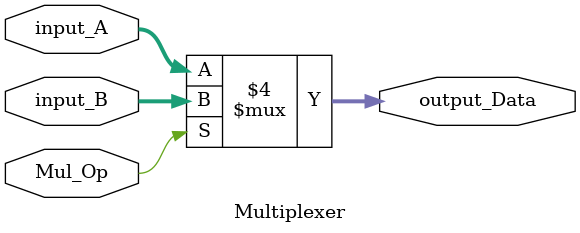
<source format=v>
`timescale 1ns / 1ps


module Multiplexer(input_A,input_B,output_Data,Mul_Op);
    parameter SIZE = 32;
    
    input [SIZE-1:0]input_A;
    input [SIZE-1:0]input_B;
    input Mul_Op;
    output [SIZE-1:0] output_Data;
    reg [SIZE-1:0]output_Data;
    always@(*)
        begin
        if(!Mul_Op)
            output_Data=input_A;
        else
            output_Data=input_B;
    end 
endmodule

</source>
